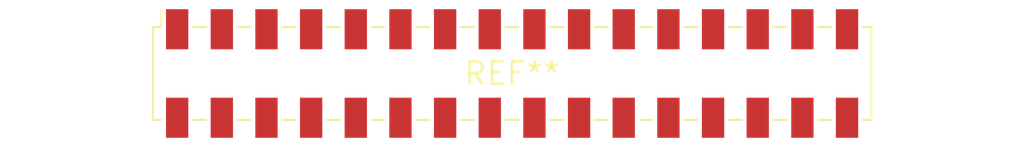
<source format=kicad_pcb>
(kicad_pcb (version 20240108) (generator pcbnew)
  (layers (0 "F.Cu" signal) (31 "B.Cu" signal) (34 "B.Paste" user) (35 "F.Paste" user) (36 "B.SilkS" user "B.Silkscreen") (37 "F.SilkS" user "F.Silkscreen") (38 "B.Mask" user) (39 "F.Mask" user) (44 "Edge.Cuts" user))
  (net 0 "")
  (footprint "Samtec_HLE-116-02-xxx-DV-A_2x16_P2.54mm_Horizontal" (layer "F.Cu") (at 0 0)
    (property "Reference" "REF**")
    (property "Value" "Samtec_HLE-116-02-xxx-DV-A_2x16_P2.54mm_Horizontal")
    (fp_line (start -20.43 -2.65) (end -20.43 2.65) (layer "F.SilkS") (stroke (width 0.12)))
    (fp_line (start -20.43 2.65) (end -19.945 2.65) (layer "F.SilkS") (stroke (width 0.12)))
    (fp_line (start -19.945 -3.67) (end -19.945 -2.65) (layer "F.SilkS") (stroke (width 0.12)))
    (fp_line (start -19.945 -2.65) (end -20.43 -2.65) (layer "F.SilkS") (stroke (width 0.12)))
    (fp_line (start -18.155 -2.65) (end -17.405 -2.65) (layer "F.SilkS") (stroke (width 0.12)))
    (fp_line (start -18.155 2.65) (end -17.405 2.65) (layer "F.SilkS") (stroke (width 0.12)))
    (fp_line (start -15.615 -2.65) (end -14.865 -2.65) (layer "F.SilkS") (stroke (width 0.12)))
    (fp_line (start -15.615 2.65) (end -14.865 2.65) (layer "F.SilkS") (stroke (width 0.12)))
    (fp_line (start -13.075 -2.65) (end -12.325 -2.65) (layer "F.SilkS") (stroke (width 0.12)))
    (fp_line (start -13.075 2.65) (end -12.325 2.65) (layer "F.SilkS") (stroke (width 0.12)))
    (fp_line (start -10.535 -2.65) (end -9.785 -2.65) (layer "F.SilkS") (stroke (width 0.12)))
    (fp_line (start -10.535 2.65) (end -9.785 2.65) (layer "F.SilkS") (stroke (width 0.12)))
    (fp_line (start -7.995 -2.65) (end -7.245 -2.65) (layer "F.SilkS") (stroke (width 0.12)))
    (fp_line (start -7.995 2.65) (end -7.245 2.65) (layer "F.SilkS") (stroke (width 0.12)))
    (fp_line (start -5.455 -2.65) (end -4.705 -2.65) (layer "F.SilkS") (stroke (width 0.12)))
    (fp_line (start -5.455 2.65) (end -4.705 2.65) (layer "F.SilkS") (stroke (width 0.12)))
    (fp_line (start -2.915 -2.65) (end -2.165 -2.65) (layer "F.SilkS") (stroke (width 0.12)))
    (fp_line (start -2.915 2.65) (end -2.165 2.65) (layer "F.SilkS") (stroke (width 0.12)))
    (fp_line (start -0.375 -2.65) (end 0.375 -2.65) (layer "F.SilkS") (stroke (width 0.12)))
    (fp_line (start -0.375 2.65) (end 0.375 2.65) (layer "F.SilkS") (stroke (width 0.12)))
    (fp_line (start 2.165 -2.65) (end 2.915 -2.65) (layer "F.SilkS") (stroke (width 0.12)))
    (fp_line (start 2.165 2.65) (end 2.915 2.65) (layer "F.SilkS") (stroke (width 0.12)))
    (fp_line (start 4.705 -2.65) (end 5.455 -2.65) (layer "F.SilkS") (stroke (width 0.12)))
    (fp_line (start 4.705 2.65) (end 5.455 2.65) (layer "F.SilkS") (stroke (width 0.12)))
    (fp_line (start 7.245 -2.65) (end 7.995 -2.65) (layer "F.SilkS") (stroke (width 0.12)))
    (fp_line (start 7.245 2.65) (end 7.995 2.65) (layer "F.SilkS") (stroke (width 0.12)))
    (fp_line (start 9.785 -2.65) (end 10.535 -2.65) (layer "F.SilkS") (stroke (width 0.12)))
    (fp_line (start 9.785 2.65) (end 10.535 2.65) (layer "F.SilkS") (stroke (width 0.12)))
    (fp_line (start 12.325 -2.65) (end 13.075 -2.65) (layer "F.SilkS") (stroke (width 0.12)))
    (fp_line (start 12.325 2.65) (end 13.075 2.65) (layer "F.SilkS") (stroke (width 0.12)))
    (fp_line (start 14.865 -2.65) (end 15.615 -2.65) (layer "F.SilkS") (stroke (width 0.12)))
    (fp_line (start 14.865 2.65) (end 15.615 2.65) (layer "F.SilkS") (stroke (width 0.12)))
    (fp_line (start 17.405 -2.65) (end 18.155 -2.65) (layer "F.SilkS") (stroke (width 0.12)))
    (fp_line (start 17.405 2.65) (end 18.155 2.65) (layer "F.SilkS") (stroke (width 0.12)))
    (fp_line (start 19.945 -2.65) (end 20.43 -2.65) (layer "F.SilkS") (stroke (width 0.12)))
    (fp_line (start 20.43 -2.65) (end 20.43 2.65) (layer "F.SilkS") (stroke (width 0.12)))
    (fp_line (start 20.43 2.65) (end 19.945 2.65) (layer "F.SilkS") (stroke (width 0.12)))
    (pad "" np_thru_hole circle (at -17.78 0) (size 1.78 1.78) (drill 1.78) (layers *.Cu *.Mask))
    (pad "" np_thru_hole circle (at 17.78 0) (size 1.78 1.78) (drill 1.78) (layers *.Cu *.Mask))
    (pad "1" smd rect (at -19.05 -2.525) (size 1.27 2.29) (layers "F.Cu" "F.Paste" "F.Mask"))
    (pad "2" smd rect (at -19.05 2.525) (size 1.27 2.29) (layers "F.Cu" "F.Paste" "F.Mask"))
    (pad "3" smd rect (at -16.51 -2.525) (size 1.27 2.29) (layers "F.Cu" "F.Paste" "F.Mask"))
    (pad "4" smd rect (at -16.51 2.525) (size 1.27 2.29) (layers "F.Cu" "F.Paste" "F.Mask"))
    (pad "5" smd rect (at -13.97 -2.525) (size 1.27 2.29) (layers "F.Cu" "F.Paste" "F.Mask"))
    (pad "6" smd rect (at -13.97 2.525) (size 1.27 2.29) (layers "F.Cu" "F.Paste" "F.Mask"))
    (pad "7" smd rect (at -11.43 -2.525) (size 1.27 2.29) (layers "F.Cu" "F.Paste" "F.Mask"))
    (pad "8" smd rect (at -11.43 2.525) (size 1.27 2.29) (layers "F.Cu" "F.Paste" "F.Mask"))
    (pad "9" smd rect (at -8.89 -2.525) (size 1.27 2.29) (layers "F.Cu" "F.Paste" "F.Mask"))
    (pad "10" smd rect (at -8.89 2.525) (size 1.27 2.29) (layers "F.Cu" "F.Paste" "F.Mask"))
    (pad "11" smd rect (at -6.35 -2.525) (size 1.27 2.29) (layers "F.Cu" "F.Paste" "F.Mask"))
    (pad "12" smd rect (at -6.35 2.525) (size 1.27 2.29) (layers "F.Cu" "F.Paste" "F.Mask"))
    (pad "13" smd rect (at -3.81 -2.525) (size 1.27 2.29) (layers "F.Cu" "F.Paste" "F.Mask"))
    (pad "14" smd rect (at -3.81 2.525) (size 1.27 2.29) (layers "F.Cu" "F.Paste" "F.Mask"))
    (pad "15" smd rect (at -1.27 -2.525) (size 1.27 2.29) (layers "F.Cu" "F.Paste" "F.Mask"))
    (pad "16" smd rect (at -1.27 2.525) (size 1.27 2.29) (layers "F.Cu" "F.Paste" "F.Mask"))
    (pad "17" smd rect (at 1.27 -2.525) (size 1.27 2.29) (layers "F.Cu" "F.Paste" "F.Mask"))
    (pad "18" smd rect (at 1.27 2.525) (size 1.27 2.29) (layers "F.Cu" "F.Paste" "F.Mask"))
    (pad "19" smd rect (at 3.81 -2.525) (size 1.27 2.29) (layers "F.Cu" "F.Paste" "F.Mask"))
    (pad "20" smd rect (at 3.81 2.525) (size 1.27 2.29) (layers "F.Cu" "F.Paste" "F.Mask"))
    (pad "21" smd rect (at 6.35 -2.525) (size 1.27 2.29) (layers "F.Cu" "F.Paste" "F.Mask"))
    (pad "22" smd rect (at 6.35 2.525) (size 1.27 2.29) (layers "F.Cu" "F.Paste" "F.Mask"))
    (pad "23" smd rect (at 8.89 -2.525) (size 1.27 2.29) (layers "F.Cu" "F.Paste" "F.Mask"))
    (pad "24" smd rect (at 8.89 2.525) (size 1.27 2.29) (layers "F.Cu" "F.Paste" "F.Mask"))
    (pad "25" smd rect (at 11.43 -2.525) (size 1.27 2.29) (layers "F.Cu" "F.Paste" "F.Mask"))
    (pad "26" smd rect (at 11.43 2.525) (size 1.27 2.29) (layers "F.Cu" "F.Paste" "F.Mask"))
    (pad "27" smd rect (at 13.97 -2.525) (size 1.27 2.29) (layers "F.Cu" "F.Paste" "F.Mask"))
    (pad "28" smd rect (at 13.97 2.525) (size 1.27 2.29) (layers "F.Cu" "F.Paste" "F.Mask"))
    (pad "29" smd rect (at 16.51 -2.525) (size 1.27 2.29) (layers "F.Cu" "F.Paste" "F.Mask"))
    (pad "30" smd rect (at 16.51 2.525) (size 1.27 2.29) (layers "F.Cu" "F.Paste" "F.Mask"))
    (pad "31" smd rect (at 19.05 -2.525) (size 1.27 2.29) (layers "F.Cu" "F.Paste" "F.Mask"))
    (pad "32" smd rect (at 19.05 2.525) (size 1.27 2.29) (layers "F.Cu" "F.Paste" "F.Mask"))
  )
)
</source>
